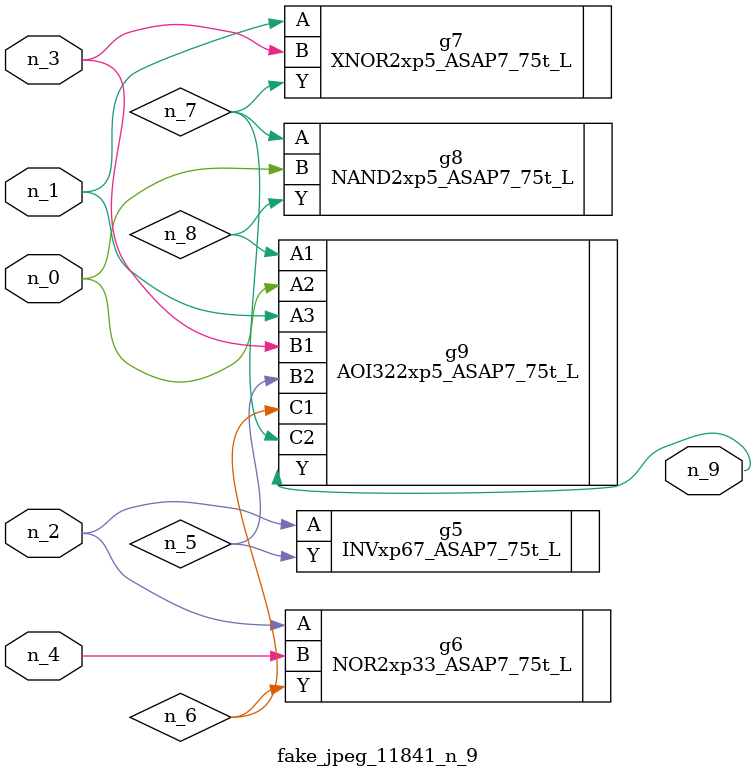
<source format=v>
module fake_jpeg_11841_n_9 (n_3, n_2, n_1, n_0, n_4, n_9);

input n_3;
input n_2;
input n_1;
input n_0;
input n_4;

output n_9;

wire n_8;
wire n_6;
wire n_5;
wire n_7;

INVxp67_ASAP7_75t_L g5 ( 
.A(n_2),
.Y(n_5)
);

NOR2xp33_ASAP7_75t_L g6 ( 
.A(n_2),
.B(n_4),
.Y(n_6)
);

XNOR2xp5_ASAP7_75t_L g7 ( 
.A(n_1),
.B(n_3),
.Y(n_7)
);

NAND2xp5_ASAP7_75t_L g8 ( 
.A(n_7),
.B(n_0),
.Y(n_8)
);

AOI322xp5_ASAP7_75t_L g9 ( 
.A1(n_8),
.A2(n_0),
.A3(n_1),
.B1(n_3),
.B2(n_5),
.C1(n_6),
.C2(n_7),
.Y(n_9)
);


endmodule
</source>
